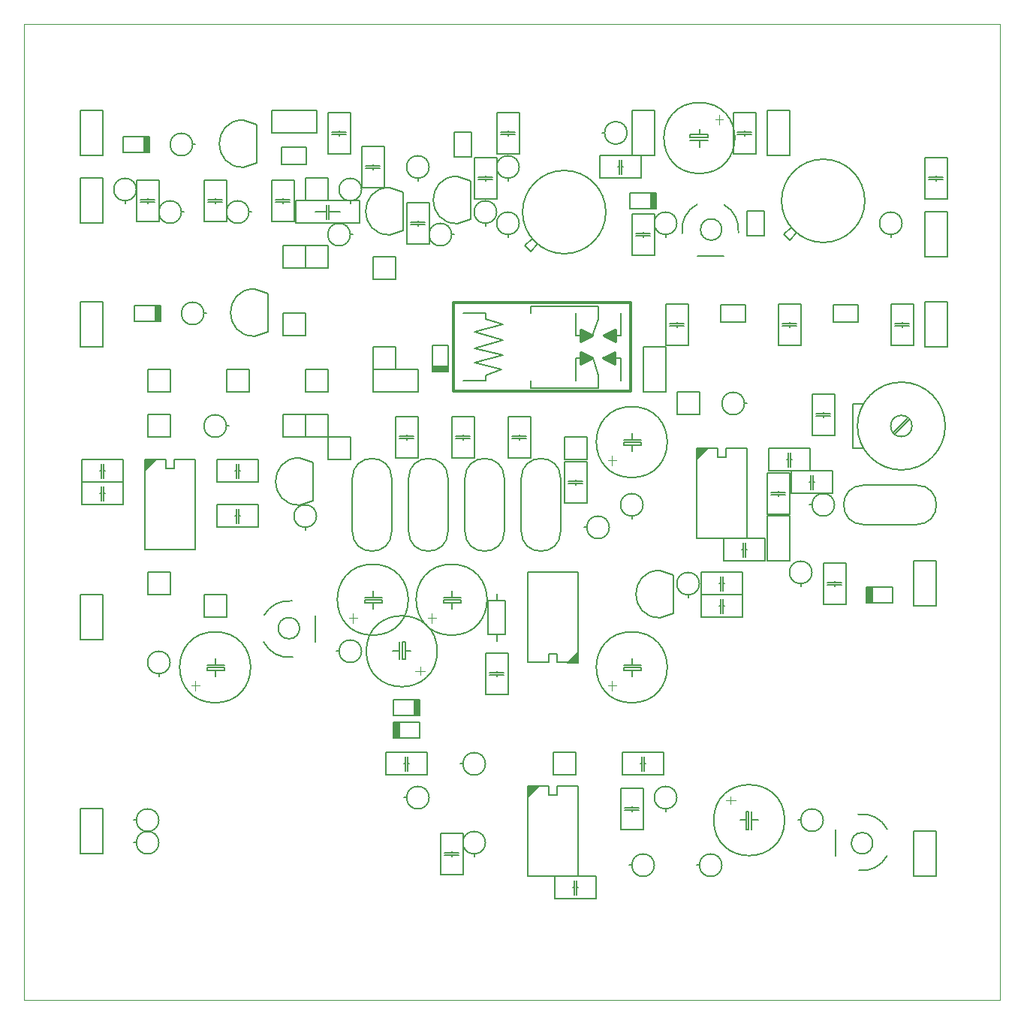
<source format=gbr>
%FSLAX34Y34*%
%MOMM*%
%LNCOPPER_BOTTOM*%
G71*
G01*
%ADD10C, 0.00*%
%ADD11C, 0.15*%
%ADD12C, 0.10*%
%ADD13C, 0.12*%
%ADD14C, 0.00*%
%ADD15C, 0.30*%
%ADD16C, 0.20*%
%LPD*%
G54D10*
X-50000Y1050000D02*
X1050000Y1050000D01*
X1050000Y-50000D01*
X-50000Y-50000D01*
X-50000Y1050000D01*
G54D11*
X12700Y952500D02*
X38100Y952500D01*
X38100Y901700D01*
X12700Y901700D01*
X12700Y952500D01*
G54D11*
X139700Y914400D02*
X142800Y914400D01*
G54D11*
G75*
G01X139700Y914400D02*
G03X139700Y914400I-12700J0D01*
G01*
G54D11*
X91400Y905700D02*
X91400Y923100D01*
X61000Y923100D01*
X61000Y905700D01*
X91400Y905700D01*
G36*
X91300Y905800D02*
X91300Y922500D01*
X84100Y922500D01*
X84100Y905800D01*
X91300Y905800D01*
G37*
G54D12*
X91300Y905800D02*
X91300Y922500D01*
X84100Y922500D01*
X84100Y905800D01*
X91300Y905800D01*
G54D11*
X196566Y888671D02*
X211766Y893571D01*
X211766Y937171D01*
X196566Y942071D01*
G54D11*
G75*
G01X196466Y942021D02*
G03X196466Y888721I0J-26650D01*
G01*
G54D11*
X228600Y927100D02*
X228600Y952500D01*
X279400Y952500D01*
X279400Y927100D01*
X228600Y927100D01*
G54D11*
X239700Y911200D02*
X268300Y911200D01*
X268300Y892200D01*
X239700Y892200D01*
X239700Y911200D01*
G54D11*
X317500Y950200D02*
X292100Y950200D01*
X292100Y904000D01*
X317500Y904000D01*
X317500Y950200D01*
G54D11*
X312800Y928700D02*
X296800Y928700D01*
G54D11*
X312800Y925500D02*
X296800Y925500D01*
G54D11*
X304800Y928700D02*
X304800Y930300D01*
G54D11*
X304800Y925500D02*
X304800Y923900D01*
G54D11*
X361666Y812471D02*
X376866Y817371D01*
X376866Y860971D01*
X361666Y865871D01*
G54D11*
G75*
G01X361566Y865821D02*
G03X361566Y812521I0J-26650D01*
G01*
G54D11*
X12700Y876300D02*
X38100Y876300D01*
X38100Y825500D01*
X12700Y825500D01*
X12700Y876300D01*
G54D11*
X63500Y850900D02*
X63500Y847800D01*
G54D11*
G75*
G01X63500Y850900D02*
G03X63500Y850900I0J12700D01*
G01*
G54D11*
X101600Y874000D02*
X76200Y874000D01*
X76200Y827800D01*
X101600Y827800D01*
X101600Y874000D01*
G54D11*
X96900Y852500D02*
X80900Y852500D01*
G54D11*
X96900Y849300D02*
X80900Y849300D01*
G54D11*
X88900Y852500D02*
X88900Y854100D01*
G54D11*
X88900Y849300D02*
X88900Y847700D01*
G54D11*
X127000Y838200D02*
X130100Y838200D01*
G54D11*
G75*
G01X127000Y838200D02*
G03X127000Y838200I-12700J0D01*
G01*
G54D11*
X177800Y874000D02*
X152400Y874000D01*
X152400Y827800D01*
X177800Y827800D01*
X177800Y874000D01*
G54D11*
X173100Y852500D02*
X157100Y852500D01*
G54D11*
X173100Y849300D02*
X157100Y849300D01*
G54D11*
X165100Y852500D02*
X165100Y854100D01*
G54D11*
X165100Y849300D02*
X165100Y847700D01*
G54D11*
X203200Y838200D02*
X206300Y838200D01*
G54D11*
G75*
G01X203200Y838200D02*
G03X203200Y838200I-12700J0D01*
G01*
G54D11*
X254000Y874000D02*
X228600Y874000D01*
X228600Y827800D01*
X254000Y827800D01*
X254000Y874000D01*
G54D11*
X249300Y852500D02*
X233300Y852500D01*
G54D11*
X249300Y849300D02*
X233300Y849300D01*
G54D11*
X241300Y852500D02*
X241300Y854100D01*
G54D11*
X241300Y849300D02*
X241300Y847700D01*
G54D11*
X317500Y850900D02*
X317500Y847800D01*
G54D11*
G75*
G01X317500Y850900D02*
G03X317500Y850900I0J12700D01*
G01*
G54D11*
X355600Y912100D02*
X330200Y912100D01*
X330200Y865900D01*
X355600Y865900D01*
X355600Y912100D01*
G54D11*
X350900Y890600D02*
X334900Y890600D01*
G54D11*
X350900Y887400D02*
X334900Y887400D01*
G54D11*
X342900Y890600D02*
X342900Y892200D01*
G54D11*
X342900Y887400D02*
X342900Y885800D01*
G54D11*
X381000Y802400D02*
X406400Y802400D01*
X406400Y848600D01*
X381000Y848600D01*
X381000Y802400D01*
G54D11*
X385700Y823900D02*
X401700Y823900D01*
G54D11*
X385700Y827100D02*
X401700Y827100D01*
G54D11*
X393700Y823900D02*
X393700Y822300D01*
G54D11*
X393700Y827100D02*
X393700Y828700D01*
G54D11*
X437866Y825171D02*
X453066Y830071D01*
X453066Y873671D01*
X437866Y878571D01*
G54D11*
G75*
G01X437766Y878521D02*
G03X437766Y825221I0J-26650D01*
G01*
G54D11*
X393700Y876300D02*
X393700Y873200D01*
G54D11*
G75*
G01X393700Y876300D02*
G03X393700Y876300I0J12700D01*
G01*
G54D11*
X317500Y812800D02*
X320600Y812800D01*
G54D11*
G75*
G01X317500Y812800D02*
G03X317500Y812800I-12700J0D01*
G01*
G54D11*
X454000Y928700D02*
X454000Y900100D01*
X435000Y900100D01*
X435000Y928700D01*
X454000Y928700D01*
G54D11*
X431800Y812800D02*
X434900Y812800D01*
G54D11*
G75*
G01X431800Y812800D02*
G03X431800Y812800I-12700J0D01*
G01*
G54D11*
X482600Y899400D02*
X457200Y899400D01*
X457200Y853200D01*
X482600Y853200D01*
X482600Y899400D01*
G54D11*
X477900Y877900D02*
X461900Y877900D01*
G54D11*
X477900Y874700D02*
X461900Y874700D01*
G54D11*
X469900Y877900D02*
X469900Y879500D01*
G54D11*
X469900Y874700D02*
X469900Y873100D01*
G54D11*
X469900Y825500D02*
X469900Y822400D01*
G54D11*
G75*
G01X469900Y825500D02*
G03X469900Y825500I0J12700D01*
G01*
G54D11*
X495300Y876300D02*
X495300Y873200D01*
G54D11*
G75*
G01X495300Y876300D02*
G03X495300Y876300I0J12700D01*
G01*
G54D11*
G75*
G01X558800Y885143D02*
G03X558800Y885143I0J-46950D01*
G01*
G54D11*
X528800Y802100D02*
X520700Y794000D01*
X514600Y800100D01*
X522700Y808200D01*
G54D11*
X495300Y812800D02*
X495300Y809700D01*
G54D11*
G75*
G01X495300Y812800D02*
G03X495300Y812800I0J12700D01*
G01*
G54D11*
X508000Y950200D02*
X482600Y950200D01*
X482600Y904000D01*
X508000Y904000D01*
X508000Y950200D01*
G54D11*
X503300Y928700D02*
X487300Y928700D01*
G54D11*
X503300Y925500D02*
X487300Y925500D01*
G54D11*
X495300Y928700D02*
X495300Y930300D01*
G54D11*
X495300Y925500D02*
X495300Y923900D01*
G54D11*
X645400Y876300D02*
X645400Y901700D01*
X599200Y901700D01*
X599200Y876300D01*
X645400Y876300D01*
G54D11*
X623900Y881000D02*
X623900Y897000D01*
G54D11*
X620700Y881000D02*
X620700Y897000D01*
G54D11*
X623900Y889000D02*
X625500Y889000D01*
G54D11*
X620700Y889000D02*
X619100Y889000D01*
G54D11*
X662900Y842200D02*
X662900Y859600D01*
X632500Y859600D01*
X632500Y842200D01*
X662900Y842200D01*
G36*
X662800Y842300D02*
X662800Y859000D01*
X655600Y859000D01*
X655600Y842300D01*
X662800Y842300D01*
G37*
G54D12*
X662800Y842300D02*
X662800Y859000D01*
X655600Y859000D01*
X655600Y842300D01*
X662800Y842300D01*
G54D11*
X660400Y835900D02*
X635000Y835900D01*
X635000Y789700D01*
X660400Y789700D01*
X660400Y835900D01*
G54D11*
X655700Y814400D02*
X639700Y814400D01*
G54D11*
X655700Y811200D02*
X639700Y811200D01*
G54D11*
X647700Y814400D02*
X647700Y816000D01*
G54D11*
X647700Y811200D02*
X647700Y809600D01*
G54D11*
X673100Y812800D02*
X673100Y809700D01*
G54D11*
G75*
G01X673100Y812800D02*
G03X673100Y812800I0J12700D01*
G01*
G54D11*
X709200Y788600D02*
X738600Y788600D01*
G54D11*
G75*
G01X708972Y847012D02*
G03X691811Y814046I14528J-28512D01*
G01*
G54D11*
G75*
G01X755262Y814600D02*
G03X739014Y846488I-31762J3900D01*
G01*
G54D11*
G75*
G01X736500Y818500D02*
G03X736500Y818500I-12000J0D01*
G01*
G54D11*
X700500Y922200D02*
X700500Y925400D01*
X720500Y925400D01*
X720500Y922200D01*
X700500Y922200D01*
G54D11*
X700500Y919000D02*
X720500Y919000D01*
G54D11*
G75*
G01X711200Y961700D02*
G03X711200Y961700I0J-40000D01*
G01*
G54D11*
X711200Y918700D02*
X711200Y911700D01*
G54D11*
X711200Y925700D02*
X711200Y931700D01*
G54D13*
X733400Y947700D02*
X733400Y937000D01*
G54D13*
X729000Y942400D02*
X737900Y942400D01*
G54D11*
X604278Y927499D02*
X601178Y927499D01*
G54D11*
G75*
G01X604278Y927499D02*
G03X604278Y927499I12700J0D01*
G01*
G54D11*
X635000Y952500D02*
X660400Y952500D01*
X660400Y901700D01*
X635000Y901700D01*
X635000Y952500D01*
G54D11*
X774700Y950200D02*
X749300Y950200D01*
X749300Y904000D01*
X774700Y904000D01*
X774700Y950200D01*
G54D11*
X770000Y928700D02*
X754000Y928700D01*
G54D11*
X770000Y925500D02*
X754000Y925500D01*
G54D11*
X762000Y928700D02*
X762000Y930300D01*
G54D11*
X762000Y925500D02*
X762000Y923900D01*
G54D11*
G75*
G01X850900Y897843D02*
G03X850900Y897843I0J-46950D01*
G01*
G54D11*
X820900Y814800D02*
X812800Y806700D01*
X806700Y812800D01*
X814800Y820900D01*
G54D11*
X784200Y839800D02*
X784200Y811200D01*
X765200Y811200D01*
X765200Y839800D01*
X784200Y839800D01*
G54D11*
X787400Y952500D02*
X812800Y952500D01*
X812800Y901700D01*
X787400Y901700D01*
X787400Y952500D01*
G54D11*
X965200Y853200D02*
X990600Y853200D01*
X990600Y899400D01*
X965200Y899400D01*
X965200Y853200D01*
G54D11*
X969900Y874700D02*
X985900Y874700D01*
G54D11*
X969900Y877900D02*
X985900Y877900D01*
G54D11*
X977900Y874700D02*
X977900Y873100D01*
G54D11*
X977900Y877900D02*
X977900Y879500D01*
G54D11*
X965200Y838200D02*
X990600Y838200D01*
X990600Y787400D01*
X965200Y787400D01*
X965200Y838200D01*
G54D11*
X927100Y812800D02*
X927100Y809700D01*
G54D11*
G75*
G01X927100Y812800D02*
G03X927100Y812800I0J12700D01*
G01*
G54D11*
X142900Y558800D02*
X119000Y558800D01*
X119000Y549300D01*
X109600Y549300D01*
X109600Y558800D01*
X85700Y558800D01*
X85700Y457200D01*
X142900Y457200D01*
X142900Y558800D01*
G36*
X85700Y558900D02*
X98400Y558900D01*
X85700Y546100D01*
X85700Y558900D01*
G37*
G54D14*
X85700Y558900D02*
X98400Y558900D01*
X85700Y546100D01*
X85700Y558900D01*
G54D11*
X765200Y571500D02*
X741300Y571500D01*
X741300Y562000D01*
X731900Y562000D01*
X731900Y571500D01*
X708000Y571500D01*
X708000Y469900D01*
X765200Y469900D01*
X765200Y571500D01*
G36*
X708000Y571600D02*
X720700Y571600D01*
X708000Y558800D01*
X708000Y571600D01*
G37*
G54D14*
X708000Y571600D02*
X720700Y571600D01*
X708000Y558800D01*
X708000Y571600D01*
G54D11*
X364250Y538250D02*
X364250Y477950D01*
G54D11*
X319850Y538150D02*
X319850Y477850D01*
G54D11*
G75*
G01X364250Y538050D02*
G03X319850Y538050I-22200J0D01*
G01*
G54D11*
G75*
G01X319850Y477950D02*
G03X364250Y477950I22200J0D01*
G01*
G54D15*
X633485Y635835D02*
X633385Y736435D01*
X433485Y736335D01*
X433485Y635835D01*
X633485Y635835D01*
G54D16*
X444885Y647935D02*
X470285Y647935D01*
X470285Y654235D01*
X470285Y654135D01*
X487785Y660535D01*
X487785Y660635D01*
X457585Y668535D01*
X489385Y676535D01*
X457585Y684435D01*
X489385Y694035D01*
X457585Y703435D01*
X489385Y711435D01*
X470285Y717835D01*
X470285Y724135D01*
X444885Y724135D01*
G54D16*
X622685Y647935D02*
X622685Y673235D01*
X603685Y673235D01*
G54D16*
X571885Y647935D02*
X571885Y673235D01*
X590885Y673235D01*
G54D16*
X622685Y724135D02*
X622685Y698735D01*
X603685Y698735D01*
G54D16*
X571885Y724135D02*
X571885Y698735D01*
X590885Y698735D01*
G36*
X603685Y673335D02*
X603585Y673335D01*
X616285Y666935D01*
X616285Y679635D01*
X603685Y673235D01*
X603685Y673335D01*
G37*
G54D15*
X603685Y673335D02*
X603585Y673335D01*
X616285Y666935D01*
X616285Y679635D01*
X603685Y673235D01*
X603685Y673335D01*
G36*
X603785Y698735D02*
X603685Y698735D01*
X616385Y692335D01*
X616385Y705035D01*
X603785Y698635D01*
X603785Y698735D01*
G37*
G54D15*
X603785Y698735D02*
X603685Y698735D01*
X616385Y692335D01*
X616385Y705035D01*
X603785Y698635D01*
X603785Y698735D01*
G36*
X590685Y673435D02*
X590785Y673435D01*
X578085Y679835D01*
X578085Y667135D01*
X590685Y673535D01*
X590685Y673435D01*
G37*
G54D15*
X590685Y673435D02*
X590785Y673435D01*
X578085Y679835D01*
X578085Y667135D01*
X590685Y673535D01*
X590685Y673435D01*
G36*
X590785Y698735D02*
X590885Y698735D01*
X578185Y705135D01*
X578185Y692435D01*
X590785Y698835D01*
X590785Y698735D01*
G37*
G54D15*
X590785Y698735D02*
X590885Y698735D01*
X578185Y705135D01*
X578185Y692435D01*
X590785Y698835D01*
X590785Y698735D01*
G54D16*
X590885Y673335D02*
X590985Y673335D01*
X597385Y654335D01*
X597285Y654335D01*
X597285Y640035D01*
X533785Y640035D01*
X521085Y640035D01*
X521085Y647935D01*
G54D16*
X590885Y698735D02*
X590885Y698735D01*
X597285Y717735D01*
X597285Y732035D01*
X521085Y732035D01*
X521085Y724135D01*
G54D11*
X965200Y736600D02*
X990600Y736600D01*
X990600Y685800D01*
X965200Y685800D01*
X965200Y736600D01*
G54D11*
X927100Y688100D02*
X952500Y688100D01*
X952500Y734300D01*
X927100Y734300D01*
X927100Y688100D01*
G54D11*
X931800Y709600D02*
X947800Y709600D01*
G54D11*
X931800Y712800D02*
X947800Y712800D01*
G54D11*
X939800Y709600D02*
X939800Y708000D01*
G54D11*
X939800Y712800D02*
X939800Y714400D01*
G54D11*
X890600Y714400D02*
X862000Y714400D01*
X862000Y733400D01*
X890600Y733400D01*
X890600Y714400D01*
G54D11*
X800100Y688100D02*
X825500Y688100D01*
X825500Y734300D01*
X800100Y734300D01*
X800100Y688100D01*
G54D11*
X804800Y709600D02*
X820800Y709600D01*
G54D11*
X804800Y712800D02*
X820800Y712800D01*
G54D11*
X812800Y709600D02*
X812800Y708000D01*
G54D11*
X812800Y712800D02*
X812800Y714400D01*
G54D11*
X763600Y714400D02*
X735000Y714400D01*
X735000Y733400D01*
X763600Y733400D01*
X763600Y714400D01*
G54D11*
X673100Y688100D02*
X698500Y688100D01*
X698500Y734300D01*
X673100Y734300D01*
X673100Y688100D01*
G54D11*
X677800Y709600D02*
X693800Y709600D01*
G54D11*
X677800Y712800D02*
X693800Y712800D01*
G54D11*
X685800Y709600D02*
X685800Y708000D01*
G54D11*
X685800Y712800D02*
X685800Y714400D01*
G54D11*
X12700Y736600D02*
X38100Y736600D01*
X38100Y685800D01*
X12700Y685800D01*
X12700Y736600D01*
G54D11*
X104100Y715200D02*
X104100Y732600D01*
X73700Y732600D01*
X73700Y715200D01*
X104100Y715200D01*
G36*
X104000Y715300D02*
X104000Y732000D01*
X96800Y732000D01*
X96800Y715300D01*
X104000Y715300D01*
G37*
G54D12*
X104000Y715300D02*
X104000Y732000D01*
X96800Y732000D01*
X96800Y715300D01*
X104000Y715300D01*
G54D11*
X152400Y723900D02*
X155500Y723900D01*
G54D11*
G75*
G01X152400Y723900D02*
G03X152400Y723900I-12700J0D01*
G01*
G54D11*
X209266Y698171D02*
X224466Y703071D01*
X224466Y746671D01*
X209266Y751571D01*
G54D11*
G75*
G01X209166Y751521D02*
G03X209166Y698221I0J-26650D01*
G01*
G54D11*
X410400Y657900D02*
X427800Y657900D01*
X427800Y688300D01*
X410400Y688300D01*
X410400Y657900D01*
G36*
X410500Y658000D02*
X427200Y658000D01*
X427200Y665200D01*
X410500Y665200D01*
X410500Y658000D01*
G37*
G54D12*
X410500Y658000D02*
X427200Y658000D01*
X427200Y665200D01*
X410500Y665200D01*
X410500Y658000D01*
G54D11*
X647700Y685800D02*
X673100Y685800D01*
X673100Y635000D01*
X647700Y635000D01*
X647700Y685800D01*
G54D11*
X427750Y538250D02*
X427750Y477950D01*
G54D11*
X383350Y538150D02*
X383350Y477850D01*
G54D11*
G75*
G01X427750Y538050D02*
G03X383350Y538050I-22200J0D01*
G01*
G54D11*
G75*
G01X383350Y477950D02*
G03X427750Y477950I22200J0D01*
G01*
G54D11*
X491250Y538250D02*
X491250Y477950D01*
G54D11*
X446850Y538150D02*
X446850Y477850D01*
G54D11*
G75*
G01X491250Y538050D02*
G03X446850Y538050I-22200J0D01*
G01*
G54D11*
G75*
G01X446850Y477950D02*
G03X491250Y477950I22200J0D01*
G01*
G54D11*
X554750Y538250D02*
X554750Y477950D01*
G54D11*
X510350Y538150D02*
X510350Y477850D01*
G54D11*
G75*
G01X554750Y538050D02*
G03X510350Y538050I-22200J0D01*
G01*
G54D11*
G75*
G01X510350Y477950D02*
G03X554750Y477950I22200J0D01*
G01*
G54D11*
X368300Y561100D02*
X393700Y561100D01*
X393700Y607300D01*
X368300Y607300D01*
X368300Y561100D01*
G54D11*
X373000Y582600D02*
X389000Y582600D01*
G54D11*
X373000Y585800D02*
X389000Y585800D01*
G54D11*
X381000Y582600D02*
X381000Y581000D01*
G54D11*
X381000Y585800D02*
X381000Y587400D01*
G54D11*
X431800Y561100D02*
X457200Y561100D01*
X457200Y607300D01*
X431800Y607300D01*
X431800Y561100D01*
G54D11*
X436500Y582600D02*
X452500Y582600D01*
G54D11*
X436500Y585800D02*
X452500Y585800D01*
G54D11*
X444500Y582600D02*
X444500Y581000D01*
G54D11*
X444500Y585800D02*
X444500Y587400D01*
G54D11*
X495300Y561100D02*
X520700Y561100D01*
X520700Y607300D01*
X495300Y607300D01*
X495300Y561100D01*
G54D11*
X500000Y582600D02*
X516000Y582600D01*
G54D11*
X500000Y585800D02*
X516000Y585800D01*
G54D11*
X508000Y582600D02*
X508000Y581000D01*
G54D11*
X508000Y585800D02*
X508000Y587400D01*
G54D11*
X260066Y507671D02*
X275266Y512571D01*
X275266Y556171D01*
X260066Y561071D01*
G54D11*
G75*
G01X259966Y561021D02*
G03X259966Y507721I0J-26650D01*
G01*
G54D11*
X266700Y482600D02*
X266700Y479500D01*
G54D11*
G75*
G01X266700Y482600D02*
G03X266700Y482600I0J12700D01*
G01*
G54D11*
X558800Y510300D02*
X584200Y510300D01*
X584200Y556500D01*
X558800Y556500D01*
X558800Y510300D01*
G54D11*
X563500Y531800D02*
X579500Y531800D01*
G54D11*
X563500Y535000D02*
X579500Y535000D01*
G54D11*
X571500Y531800D02*
X571500Y530200D01*
G54D11*
X571500Y535000D02*
X571500Y536600D01*
G54D11*
X584200Y482600D02*
X581100Y482600D01*
G54D11*
G75*
G01X584200Y482600D02*
G03X584200Y482600I12700J0D01*
G01*
G54D11*
X61200Y533400D02*
X61200Y558800D01*
X15000Y558800D01*
X15000Y533400D01*
X61200Y533400D01*
G54D11*
X39700Y538100D02*
X39700Y554100D01*
G54D11*
X36500Y538100D02*
X36500Y554100D01*
G54D11*
X39700Y546100D02*
X41300Y546100D01*
G54D11*
X36500Y546100D02*
X34900Y546100D01*
G54D11*
X61200Y508000D02*
X61200Y533400D01*
X15000Y533400D01*
X15000Y508000D01*
X61200Y508000D01*
G54D11*
X39700Y512700D02*
X39700Y528700D01*
G54D11*
X36500Y512700D02*
X36500Y528700D01*
G54D11*
X39700Y520700D02*
X41300Y520700D01*
G54D11*
X36500Y520700D02*
X34900Y520700D01*
G54D11*
X213600Y482600D02*
X213600Y508000D01*
X167400Y508000D01*
X167400Y482600D01*
X213600Y482600D01*
G54D11*
X192100Y487300D02*
X192100Y503300D01*
G54D11*
X188900Y487300D02*
X188900Y503300D01*
G54D11*
X192100Y495300D02*
X193700Y495300D01*
G54D11*
X188900Y495300D02*
X187300Y495300D01*
G54D11*
X213600Y533400D02*
X213600Y558800D01*
X167400Y558800D01*
X167400Y533400D01*
X213600Y533400D01*
G54D11*
X192100Y538100D02*
X192100Y554100D01*
G54D11*
X188900Y538100D02*
X188900Y554100D01*
G54D11*
X192100Y546100D02*
X193700Y546100D01*
G54D11*
X188900Y546100D02*
X187300Y546100D01*
G54D11*
X635000Y495300D02*
X635000Y492200D01*
G54D11*
G75*
G01X635000Y495300D02*
G03X635000Y495300I0J12700D01*
G01*
G54D11*
X645700Y578300D02*
X645700Y575100D01*
X625700Y575100D01*
X625700Y578300D01*
X645700Y578300D01*
G54D11*
X645700Y581500D02*
X625700Y581500D01*
G54D11*
G75*
G01X635000Y538800D02*
G03X635000Y538800I0J40000D01*
G01*
G54D11*
X635000Y581800D02*
X635000Y588800D01*
G54D11*
X635000Y574800D02*
X635000Y568800D01*
G54D13*
X612800Y552800D02*
X612800Y563500D01*
G54D13*
X617200Y558100D02*
X608300Y558100D01*
G54D11*
X292100Y558800D02*
X292100Y584200D01*
X317500Y584200D01*
X317500Y558800D01*
X292100Y558800D01*
G54D11*
X241300Y774700D02*
X241300Y800100D01*
X266700Y800100D01*
X266700Y774700D01*
X241300Y774700D01*
G54D11*
X241300Y584200D02*
X241300Y609600D01*
X266700Y609600D01*
X266700Y584200D01*
X241300Y584200D01*
G54D11*
X241300Y698500D02*
X241300Y723900D01*
X266700Y723900D01*
X266700Y698500D01*
X241300Y698500D01*
G54D11*
X177800Y596900D02*
X180900Y596900D01*
G54D11*
G75*
G01X177800Y596900D02*
G03X177800Y596900I-12700J0D01*
G01*
G54D11*
X266700Y850900D02*
X266700Y876300D01*
X292100Y876300D01*
X292100Y850900D01*
X266700Y850900D01*
G54D11*
X266700Y774700D02*
X266700Y800100D01*
X292100Y800100D01*
X292100Y774700D01*
X266700Y774700D01*
G54D11*
X266700Y635000D02*
X266700Y660400D01*
X292100Y660400D01*
X292100Y635000D01*
X266700Y635000D01*
G54D11*
X177800Y635000D02*
X177800Y660400D01*
X203200Y660400D01*
X203200Y635000D01*
X177800Y635000D01*
G54D11*
X266700Y584200D02*
X266700Y609600D01*
X292100Y609600D01*
X292100Y584200D01*
X266700Y584200D01*
G54D11*
X256300Y850900D02*
X256300Y825500D01*
X327900Y825500D01*
X327900Y850900D01*
X256300Y850900D01*
G54D11*
X290500Y846200D02*
X290500Y830200D01*
G54D11*
X293700Y846200D02*
X293700Y830200D01*
G54D11*
X277800Y838200D02*
X290500Y838200D01*
G54D11*
X293700Y838200D02*
X306400Y838200D01*
G54D11*
X787400Y497600D02*
X812800Y497600D01*
X812800Y543800D01*
X787400Y543800D01*
X787400Y497600D01*
G54D11*
X792100Y519100D02*
X808100Y519100D01*
G54D11*
X792100Y522300D02*
X808100Y522300D01*
G54D11*
X800100Y519100D02*
X800100Y517500D01*
G54D11*
X800100Y522300D02*
X800100Y523900D01*
G54D11*
X835900Y546100D02*
X835900Y571500D01*
X789700Y571500D01*
X789700Y546100D01*
X835900Y546100D01*
G54D11*
X814400Y550800D02*
X814400Y566800D01*
G54D11*
X811200Y550800D02*
X811200Y566800D01*
G54D11*
X814400Y558800D02*
X816000Y558800D01*
G54D11*
X811200Y558800D02*
X809600Y558800D01*
G54D11*
X861300Y520700D02*
X861300Y546100D01*
X815100Y546100D01*
X815100Y520700D01*
X861300Y520700D01*
G54D11*
X839800Y525400D02*
X839800Y541400D01*
G54D11*
X836600Y525400D02*
X836600Y541400D01*
G54D11*
X839800Y533400D02*
X841400Y533400D01*
G54D11*
X836600Y533400D02*
X835000Y533400D01*
G54D11*
X838200Y508000D02*
X835100Y508000D01*
G54D11*
G75*
G01X838200Y508000D02*
G03X838200Y508000I12700J0D01*
G01*
G54D11*
X896000Y530200D02*
X956300Y530200D01*
G54D11*
X896100Y485800D02*
X956400Y485800D01*
G54D11*
G75*
G01X896200Y530200D02*
G03X896200Y485800I0J-22200D01*
G01*
G54D11*
G75*
G01X956300Y485800D02*
G03X956300Y530200I0J22200D01*
G01*
G54D11*
G75*
G01X988500Y596900D02*
G03X988500Y596900I-49500J0D01*
G01*
G54D11*
X884000Y621900D02*
X884000Y571900D01*
X895900Y571900D01*
X896100Y572100D01*
G54D11*
X884000Y621900D02*
X896100Y621900D01*
X896200Y621800D01*
G54D11*
G75*
G01X951000Y596900D02*
G03X951000Y596900I-12000J0D01*
G01*
G54D11*
X930000Y589900D02*
X946000Y605900D01*
G54D11*
X932000Y587900D02*
X948000Y603900D01*
G54D11*
X838200Y586500D02*
X863600Y586500D01*
X863600Y632700D01*
X838200Y632700D01*
X838200Y586500D01*
G54D11*
X842900Y608000D02*
X858900Y608000D01*
G54D11*
X842900Y611200D02*
X858900Y611200D01*
G54D11*
X850900Y608000D02*
X850900Y606400D01*
G54D11*
X850900Y611200D02*
X850900Y612800D01*
G54D11*
X685800Y609600D02*
X685800Y635000D01*
X711200Y635000D01*
X711200Y609600D01*
X685800Y609600D01*
G54D11*
X762000Y622300D02*
X765100Y622300D01*
G54D11*
G75*
G01X762000Y622300D02*
G03X762000Y622300I-12700J0D01*
G01*
G54D11*
X342900Y635000D02*
X342900Y660400D01*
X393700Y660400D01*
X393700Y635000D01*
X342900Y635000D01*
G54D11*
X342900Y660400D02*
X342900Y685800D01*
X368300Y685800D01*
X368300Y660400D01*
X342900Y660400D01*
G54D11*
X342900Y762000D02*
X342900Y787400D01*
X368300Y787400D01*
X368300Y762000D01*
X342900Y762000D01*
G54D11*
X558800Y558800D02*
X558800Y584200D01*
X584200Y584200D01*
X584200Y558800D01*
X558800Y558800D01*
G54D11*
X759700Y406400D02*
X759700Y431800D01*
X713500Y431800D01*
X713500Y406400D01*
X759700Y406400D01*
G54D11*
X738200Y411100D02*
X738200Y427100D01*
G54D11*
X735000Y411100D02*
X735000Y427100D01*
G54D11*
X738200Y419100D02*
X739800Y419100D01*
G54D11*
X735000Y419100D02*
X733400Y419100D01*
G54D11*
X759700Y381000D02*
X759700Y406400D01*
X713500Y406400D01*
X713500Y381000D01*
X759700Y381000D01*
G54D11*
X738200Y385700D02*
X738200Y401700D01*
G54D11*
X735000Y385700D02*
X735000Y401700D01*
G54D11*
X738200Y393700D02*
X739800Y393700D01*
G54D11*
X735000Y393700D02*
X733400Y393700D01*
G54D11*
X698500Y406400D02*
X698500Y403300D01*
G54D11*
G75*
G01X698500Y406400D02*
G03X698500Y406400I0J12700D01*
G01*
G54D11*
X666466Y380671D02*
X681666Y385571D01*
X681666Y429171D01*
X666466Y434071D01*
G54D11*
G75*
G01X666366Y434021D02*
G03X666366Y380721I0J-26650D01*
G01*
G54D11*
X952500Y444500D02*
X977900Y444500D01*
X977900Y393700D01*
X952500Y393700D01*
X952500Y444500D01*
G54D11*
X899200Y415100D02*
X899200Y397700D01*
X929600Y397700D01*
X929600Y415100D01*
X899200Y415100D01*
G36*
X899300Y415000D02*
X899300Y398300D01*
X906500Y398300D01*
X906500Y415000D01*
X899300Y415000D01*
G37*
G54D12*
X899300Y415000D02*
X899300Y398300D01*
X906500Y398300D01*
X906500Y415000D01*
X899300Y415000D01*
G54D11*
X850900Y396000D02*
X876300Y396000D01*
X876300Y442200D01*
X850900Y442200D01*
X850900Y396000D01*
G54D11*
X855600Y417500D02*
X871600Y417500D01*
G54D11*
X855600Y420700D02*
X871600Y420700D01*
G54D11*
X863600Y417500D02*
X863600Y415900D01*
G54D11*
X863600Y420700D02*
X863600Y422300D01*
G54D11*
X825500Y419100D02*
X825500Y416000D01*
G54D11*
G75*
G01X825500Y419100D02*
G03X825500Y419100I0J12700D01*
G01*
G54D11*
X517351Y330190D02*
X541251Y330191D01*
X541251Y339690D01*
X550651Y339690D01*
X550651Y330191D01*
X574551Y330191D01*
X574551Y431790D01*
X517351Y431790D01*
X517351Y330190D01*
G36*
X574551Y330090D02*
X561851Y330090D01*
X574551Y342890D01*
X574551Y330090D01*
G37*
G54D14*
X574551Y330090D02*
X561851Y330090D01*
X574551Y342890D01*
X574551Y330090D01*
G54D11*
X469900Y294400D02*
X495300Y294400D01*
X495300Y340600D01*
X469900Y340600D01*
X469900Y294400D01*
G54D11*
X474600Y315900D02*
X490600Y315900D01*
G54D11*
X474600Y319100D02*
X490600Y319100D01*
G54D11*
X482600Y315900D02*
X482600Y314300D01*
G54D11*
X482600Y319100D02*
X482600Y320700D01*
G54D11*
X442500Y400500D02*
X442500Y397300D01*
X422500Y397300D01*
X422500Y400500D01*
X442500Y400500D01*
G54D11*
X442500Y403700D02*
X422500Y403700D01*
G54D11*
G75*
G01X431800Y361000D02*
G03X431800Y361000I0J40000D01*
G01*
G54D11*
X431800Y404000D02*
X431800Y411000D01*
G54D11*
X431800Y397000D02*
X431800Y391000D01*
G54D13*
X409600Y375000D02*
X409600Y385700D01*
G54D13*
X414000Y380300D02*
X405100Y380300D01*
G54D11*
X473100Y400000D02*
X492100Y400000D01*
X492100Y362000D01*
X473100Y362000D01*
X473100Y400000D01*
G54D11*
X482600Y400100D02*
X482600Y408000D01*
G54D11*
X482600Y362000D02*
X482600Y354100D01*
G54D11*
X353600Y400500D02*
X353600Y397300D01*
X333600Y397300D01*
X333600Y400500D01*
X353600Y400500D01*
G54D11*
X353600Y403700D02*
X333600Y403700D01*
G54D11*
G75*
G01X342900Y361000D02*
G03X342900Y361000I0J40000D01*
G01*
G54D11*
X342900Y404000D02*
X342900Y411000D01*
G54D11*
X342900Y397000D02*
X342900Y391000D01*
G54D13*
X320700Y375000D02*
X320700Y385700D01*
G54D13*
X325100Y380300D02*
X316200Y380300D01*
G54D11*
X88900Y635000D02*
X88900Y660400D01*
X114300Y660400D01*
X114300Y635000D01*
X88900Y635000D01*
G54D11*
X88900Y406400D02*
X88900Y431800D01*
X114300Y431800D01*
X114300Y406400D01*
X88900Y406400D01*
G54D11*
X88900Y584200D02*
X88900Y609600D01*
X114300Y609600D01*
X114300Y584200D01*
X88900Y584200D01*
G54D11*
X376100Y353600D02*
X379300Y353600D01*
X379300Y333600D01*
X376100Y333600D01*
X376100Y353600D01*
G54D11*
X372900Y353600D02*
X372900Y333600D01*
G54D11*
G75*
G01X415600Y342900D02*
G03X415600Y342900I-40000J0D01*
G01*
G54D11*
X372600Y342900D02*
X365600Y342900D01*
G54D11*
X379600Y342900D02*
X385600Y342900D01*
G54D13*
X401600Y320700D02*
X390900Y320700D01*
G54D13*
X396300Y325100D02*
X396300Y316200D01*
G54D11*
X278200Y353600D02*
X278200Y383000D01*
G54D11*
G75*
G01X219788Y353372D02*
G03X252753Y336211I28512J14528D01*
G01*
G54D11*
G75*
G01X252200Y399662D02*
G03X220312Y383414I-3900J-31762D01*
G01*
G54D11*
G75*
G01X248300Y380900D02*
G03X248300Y380900I0J-12000D01*
G01*
G54D11*
X12700Y406400D02*
X38100Y406400D01*
X38100Y355600D01*
X12700Y355600D01*
X12700Y406400D01*
G54D11*
X574700Y190500D02*
X550800Y190500D01*
X550800Y181000D01*
X541400Y181000D01*
X541400Y190500D01*
X517500Y190500D01*
X517500Y88900D01*
X574700Y88900D01*
X574700Y190500D01*
G36*
X517500Y190600D02*
X530200Y190600D01*
X517500Y177800D01*
X517500Y190600D01*
G37*
G54D14*
X517500Y190600D02*
X530200Y190600D01*
X517500Y177800D01*
X517500Y190600D01*
G54D11*
X645700Y324300D02*
X645700Y321100D01*
X625700Y321100D01*
X625700Y324300D01*
X645700Y324300D01*
G54D11*
X645700Y327500D02*
X625700Y327500D01*
G54D11*
G75*
G01X635000Y284800D02*
G03X635000Y284800I0J40000D01*
G01*
G54D11*
X635000Y327800D02*
X635000Y334800D01*
G54D11*
X635000Y320800D02*
X635000Y314800D01*
G54D13*
X612800Y298800D02*
X612800Y309500D01*
G54D13*
X617200Y304100D02*
X608300Y304100D01*
G54D11*
X304800Y342900D02*
X301700Y342900D01*
G54D11*
G75*
G01X304800Y342900D02*
G03X304800Y342900I12700J0D01*
G01*
G54D11*
X12700Y165100D02*
X38100Y165100D01*
X38100Y114300D01*
X12700Y114300D01*
X12700Y165100D01*
G54D11*
X76200Y152400D02*
X73100Y152400D01*
G54D11*
G75*
G01X76200Y152400D02*
G03X76200Y152400I12700J0D01*
G01*
G54D11*
X76200Y127000D02*
X73100Y127000D01*
G54D11*
G75*
G01X76200Y127000D02*
G03X76200Y127000I12700J0D01*
G01*
G54D11*
X787400Y495300D02*
X812800Y495300D01*
X812800Y444500D01*
X787400Y444500D01*
X787400Y495300D01*
G54D11*
X785100Y444500D02*
X785100Y469900D01*
X738900Y469900D01*
X738900Y444500D01*
X785100Y444500D01*
G54D11*
X763600Y449200D02*
X763600Y465200D01*
G54D11*
X760400Y449200D02*
X760400Y465200D01*
G54D11*
X763600Y457200D02*
X765200Y457200D01*
G54D11*
X760400Y457200D02*
X758800Y457200D01*
G54D11*
X381000Y177800D02*
X377900Y177800D01*
G54D11*
G75*
G01X381000Y177800D02*
G03X381000Y177800I12700J0D01*
G01*
G54D11*
X404100Y203200D02*
X404100Y228600D01*
X357900Y228600D01*
X357900Y203200D01*
X404100Y203200D01*
G54D11*
X382600Y207900D02*
X382600Y223900D01*
G54D11*
X379400Y207900D02*
X379400Y223900D01*
G54D11*
X382600Y215900D02*
X384200Y215900D01*
G54D11*
X379400Y215900D02*
X377800Y215900D01*
G54D11*
X365800Y262700D02*
X365800Y245300D01*
X396200Y245300D01*
X396200Y262700D01*
X365800Y262700D01*
G36*
X365900Y262600D02*
X365900Y245900D01*
X373100Y245900D01*
X373100Y262600D01*
X365900Y262600D01*
G37*
G54D12*
X365900Y262600D02*
X365900Y245900D01*
X373100Y245900D01*
X373100Y262600D01*
X365900Y262600D01*
G54D11*
X396200Y270700D02*
X396200Y288100D01*
X365800Y288100D01*
X365800Y270700D01*
X396200Y270700D01*
G36*
X396100Y270800D02*
X396100Y287500D01*
X388900Y287500D01*
X388900Y270800D01*
X396100Y270800D01*
G37*
G54D12*
X396100Y270800D02*
X396100Y287500D01*
X388900Y287500D01*
X388900Y270800D01*
X396100Y270800D01*
G54D11*
X444500Y215900D02*
X441400Y215900D01*
G54D11*
G75*
G01X444500Y215900D02*
G03X444500Y215900I12700J0D01*
G01*
G54D11*
X152400Y381000D02*
X152400Y406400D01*
X177800Y406400D01*
X177800Y381000D01*
X152400Y381000D01*
G54D11*
X175800Y324300D02*
X175800Y321100D01*
X155800Y321100D01*
X155800Y324300D01*
X175800Y324300D01*
G54D11*
X175800Y327500D02*
X155800Y327500D01*
G54D11*
G75*
G01X165100Y284800D02*
G03X165100Y284800I0J40000D01*
G01*
G54D11*
X165100Y327800D02*
X165100Y334800D01*
G54D11*
X165100Y320800D02*
X165100Y314800D01*
G54D13*
X142900Y298800D02*
X142900Y309500D01*
G54D13*
X147300Y304100D02*
X138400Y304100D01*
G54D11*
X101600Y317500D02*
X101600Y314400D01*
G54D11*
G75*
G01X101600Y317500D02*
G03X101600Y317500I0J12700D01*
G01*
G54D11*
X419100Y91200D02*
X444500Y91200D01*
X444500Y137400D01*
X419100Y137400D01*
X419100Y91200D01*
G54D11*
X423800Y112700D02*
X439800Y112700D01*
G54D11*
X423800Y115900D02*
X439800Y115900D01*
G54D11*
X431800Y112700D02*
X431800Y111100D01*
G54D11*
X431800Y115900D02*
X431800Y117500D01*
G54D11*
X457200Y114300D02*
X457200Y111200D01*
G54D11*
G75*
G01X457200Y114300D02*
G03X457200Y114300I0J12700D01*
G01*
G54D11*
X635000Y101600D02*
X631900Y101600D01*
G54D11*
G75*
G01X635000Y101600D02*
G03X635000Y101600I12700J0D01*
G01*
G54D11*
X711200Y101600D02*
X708100Y101600D01*
G54D11*
G75*
G01X711200Y101600D02*
G03X711200Y101600I12700J0D01*
G01*
G54D11*
X594600Y63500D02*
X594600Y88900D01*
X548400Y88900D01*
X548400Y63500D01*
X594600Y63500D01*
G54D11*
X573100Y68200D02*
X573100Y84200D01*
G54D11*
X569900Y68200D02*
X569900Y84200D01*
G54D11*
X573100Y76200D02*
X574700Y76200D01*
G54D11*
X569900Y76200D02*
X568300Y76200D01*
G54D11*
X622300Y142000D02*
X647700Y142000D01*
X647700Y188200D01*
X622300Y188200D01*
X622300Y142000D01*
G54D11*
X627000Y163500D02*
X643000Y163500D01*
G54D11*
X627000Y166700D02*
X643000Y166700D01*
G54D11*
X635000Y163500D02*
X635000Y161900D01*
G54D11*
X635000Y166700D02*
X635000Y168300D01*
G54D11*
X673100Y165100D02*
X673100Y162000D01*
G54D11*
G75*
G01X673100Y165100D02*
G03X673100Y165100I0J12700D01*
G01*
G54D11*
X670800Y203200D02*
X670800Y228600D01*
X624600Y228600D01*
X624600Y203200D01*
X670800Y203200D01*
G54D11*
X649300Y207900D02*
X649300Y223900D01*
G54D11*
X646100Y207900D02*
X646100Y223900D01*
G54D11*
X649300Y215900D02*
X650900Y215900D01*
G54D11*
X646100Y215900D02*
X644500Y215900D01*
G54D11*
X546100Y203200D02*
X546100Y228600D01*
X571500Y228600D01*
X571500Y203200D01*
X546100Y203200D01*
G54D11*
X766900Y141700D02*
X763700Y141700D01*
X763700Y161700D01*
X766900Y161700D01*
X766900Y141700D01*
G54D11*
X770100Y141700D02*
X770100Y161700D01*
G54D11*
G75*
G01X727400Y152400D02*
G03X727400Y152400I40000J0D01*
G01*
G54D11*
X770400Y152400D02*
X777400Y152400D01*
G54D11*
X763400Y152400D02*
X757400Y152400D01*
G54D13*
X741400Y174600D02*
X752100Y174600D01*
G54D13*
X746700Y170200D02*
X746700Y179100D01*
G54D11*
X825500Y152400D02*
X822400Y152400D01*
G54D11*
G75*
G01X825500Y152400D02*
G03X825500Y152400I12700J0D01*
G01*
G54D11*
X864800Y141700D02*
X864800Y112300D01*
G54D11*
G75*
G01X923212Y141928D02*
G03X890246Y159089I-28512J-14528D01*
G01*
G54D11*
G75*
G01X890800Y95638D02*
G03X922688Y111886I3900J31762D01*
G01*
G54D11*
G75*
G01X894700Y114400D02*
G03X894700Y114400I0J12000D01*
G01*
G54D11*
X952500Y139700D02*
X977900Y139700D01*
X977900Y88900D01*
X952500Y88900D01*
X952500Y139700D01*
M02*

</source>
